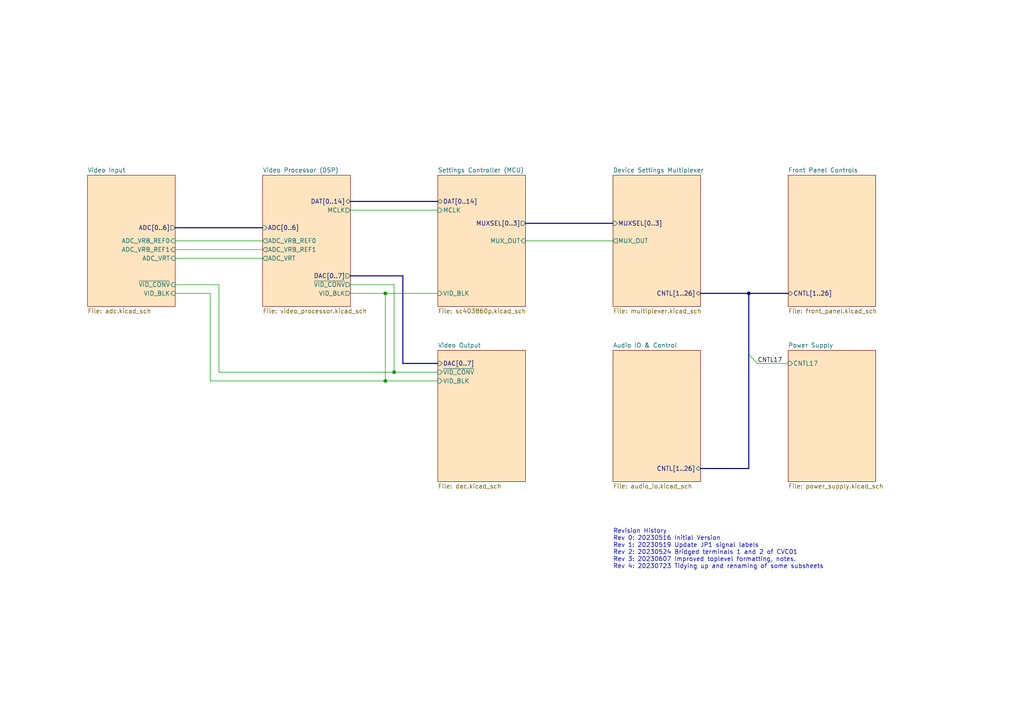
<source format=kicad_sch>
(kicad_sch (version 20211123) (generator eeschema)
  (paper "A4")
  (title_block (title "Videonics Processor Plus PP-1 NTSC") (date "2023-07-23") (rev "4") (company "E Tracy"))
  (lib_symbols)
  (junction (at 111.76 110.49))
  (junction (at 217.17 85.09))
  (junction (at 114.3 107.95))
  (junction (at 111.76 85.09))
  (bus_entry (at 217.17 102.87) (size 2.54 2.54))
  (wire (pts (xy 101.6 85.09) (xy 111.76 85.09)))
  (bus (pts (xy 203.2 85.09) (xy 217.17 85.09)))
  (wire (pts (xy 63.5 107.95) (xy 114.3 107.95)))
  (wire (pts (xy 50.8 72.39) (xy 76.2 72.39)))
  (bus (pts (xy 101.6 58.42) (xy 127 58.42)))
  (wire (pts (xy 152.4 69.85) (xy 177.8 69.85)))
  (wire (pts (xy 114.3 82.55) (xy 114.3 107.95)))
  (bus (pts (xy 217.17 102.87) (xy 217.17 85.09)))
  (wire (pts (xy 101.6 60.96) (xy 127 60.96)))
  (wire (pts (xy 114.3 107.95) (xy 127 107.95)))
  (wire (pts (xy 60.96 110.49) (xy 111.76 110.49)))
  (wire (pts (xy 60.96 85.09) (xy 60.96 110.49)))
  (bus (pts (xy 50.8 66.04) (xy 76.2 66.04)))
  (wire (pts (xy 50.8 69.85) (xy 76.2 69.85)))
  (wire (pts (xy 219.71 105.41) (xy 228.6 105.41)))
  (wire (pts (xy 50.8 74.93) (xy 76.2 74.93)))
  (wire (pts (xy 50.8 82.55) (xy 63.5 82.55)))
  (wire (pts (xy 111.76 110.49) (xy 127 110.49)))
  (wire (pts (xy 111.76 85.09) (xy 127 85.09)))
  (bus (pts (xy 217.17 85.09) (xy 228.6 85.09)))
  (bus (pts (xy 152.4 64.77) (xy 177.8 64.77)))
  (bus (pts (xy 217.17 135.89) (xy 217.17 102.87)))
  (wire (pts (xy 63.5 82.55) (xy 63.5 107.95)))
  (bus (pts (xy 116.84 105.41) (xy 127 105.41)))
  (bus (pts (xy 203.2 135.89) (xy 217.17 135.89)))
  (wire (pts (xy 111.76 85.09) (xy 111.76 110.49)))
  (wire (pts (xy 101.6 82.55) (xy 114.3 82.55)))
  (bus (pts (xy 116.84 80.01) (xy 116.84 105.41)))
  (bus (pts (xy 101.6 80.01) (xy 116.84 80.01)))
  (wire (pts (xy 50.8 85.09) (xy 60.96 85.09)))
  (text "Revision History\nRev 0: 20230516 Initial Version\nRev 1: 20230519 Update JP1 signal labels\nRev 2: 20230524 Bridged terminals 1 and 2 of CVC01\nRev 3: 20230607 Improved toplevel formatting, notes.\nRev 4: 20230723 Tidying up and renaming of some subsheets" (at 177.8 165.1 0) (effects (font (size 1.27 1.27)) (justify left bottom)))
  (label "CNTL17" (at 219.71 105.41 0))
  (sheet (at 177.8 50.8) (size 25.4 38.1) (stroke (width 0.1524)) (fill (color 255 229 191 1.0000))
    (property "Sheet name" "Device Settings Multiplexer" (at 177.8 50.0884 0) (effects (justify left bottom)))
    (property "Sheet file" "multiplexer.kicad_sch" (at 177.8 89.4846 0) (effects (justify left top)))
    (pin "MUXSEL[0..3]" input (at 177.8 64.77 180))
    (pin "CNTL[1..26]" bidirectional (at 203.2 85.09 0))
    (pin "MUX_OUT" output (at 177.8 69.85 180))
  )
  (sheet (at 127 50.8) (size 25.4 38.1) (stroke (width 0.1524)) (fill (color 255 229 191 1.0000))
    (property "Sheet name" "Settings Controller (MCU)" (at 127 50.0884 0) (effects (justify left bottom)))
    (property "Sheet file" "sc403860p.kicad_sch" (at 127 89.4846 0) (effects (justify left top)))
    (pin "DAT[0..14]" bidirectional (at 127 58.42 180))
    (pin "MUXSEL[0..3]" output (at 152.4 64.77 0))
    (pin "MCLK" input (at 127 60.96 180))
    (pin "MUX_OUT" input (at 152.4 69.85 0))
    (pin "VID_BLK" input (at 127 85.09 180))
  )
  (sheet (at 177.8 101.6) (size 25.4 38.1) (stroke (width 0.1524)) (fill (color 255 229 191 1.0000))
    (property "Sheet name" "Audio IO & Control" (at 177.8 100.8884 0) (effects (justify left bottom)))
    (property "Sheet file" "audio_io.kicad_sch" (at 177.8 140.2846 0) (effects (justify left top)))
    (pin "CNTL[1..26]" bidirectional (at 203.2 135.89 0))
  )
  (sheet (at 228.6 101.6) (size 25.4 38.1) (stroke (width 0.1524)) (fill (color 255 229 191 1.0000))
    (property "Sheet name" "Power Supply" (at 228.6 100.8884 0) (effects (justify left bottom)))
    (property "Sheet file" "power_supply.kicad_sch" (at 228.6 140.2846 0) (effects (justify left top)))
    (pin "CNTL17" input (at 228.6 105.41 180))
  )
  (sheet (at 228.6 50.8) (size 25.4 38.1) (stroke (width 0.1524)) (fill (color 255 229 191 1.0000))
    (property "Sheet name" "Front Panel Controls" (at 228.6 50.0884 0) (effects (justify left bottom)))
    (property "Sheet file" "front_panel.kicad_sch" (at 228.6 89.4846 0) (effects (justify left top)))
    (pin "CNTL[1..26]" bidirectional (at 228.6 85.09 180))
  )
  (sheet (at 127 101.6) (size 25.4 38.1) (stroke (width 0.1524)) (fill (color 255 229 191 1.0000))
    (property "Sheet name" "Video Output" (at 127 100.8884 0) (effects (justify left bottom)))
    (property "Sheet file" "dac.kicad_sch" (at 127 140.2846 0) (effects (justify left top)))
    (pin "~{VID_CONV}" input (at 127 107.95 180))
    (pin "DAC[0..7]" input (at 127 105.41 180))
    (pin "VID_BLK" input (at 127 110.49 180))
  )
  (sheet (at 25.4 50.8) (size 25.4 38.1) (stroke (width 0.1524)) (fill (color 255 229 191 1.0000))
    (property "Sheet name" "Video Input" (at 25.4 50.0884 0) (effects (justify left bottom)))
    (property "Sheet file" "adc.kicad_sch" (at 25.4 89.4846 0) (effects (justify left top)))
    (pin "VID_BLK" input (at 50.8 85.09 0))
    (pin "~{VID_CONV}" input (at 50.8 82.55 0))
    (pin "ADC[0..6]" output (at 50.8 66.04 0))
    (pin "ADC_VRT" input (at 50.8 74.93 0))
    (pin "ADC_VRB_REF1" input (at 50.8 72.39 0))
    (pin "ADC_VRB_REF0" input (at 50.8 69.85 0))
  )
  (sheet (at 76.2 50.8) (size 25.4 38.1) (stroke (width 0.1524)) (fill (color 255 229 191 1.0000))
    (property "Sheet name" "Video Processor (DSP)" (at 76.2 50.0884 0) (effects (justify left bottom)))
    (property "Sheet file" "video_processor.kicad_sch" (at 76.2 89.4846 0) (effects (justify left top)))
    (pin "MCLK" output (at 101.6 60.96 0))
    (pin "DAT[0..14]" bidirectional (at 101.6 58.42 0))
    (pin "~{VID_CONV}" output (at 101.6 82.55 0))
    (pin "DAC[0..7]" output (at 101.6 80.01 0))
    (pin "VID_BLK" output (at 101.6 85.09 0))
    (pin "ADC[0..6]" input (at 76.2 66.04 180))
    (pin "ADC_VRT" output (at 76.2 74.93 180))
    (pin "ADC_VRB_REF0" output (at 76.2 69.85 180))
    (pin "ADC_VRB_REF1" output (at 76.2 72.39 180))
  )
)
</source>
